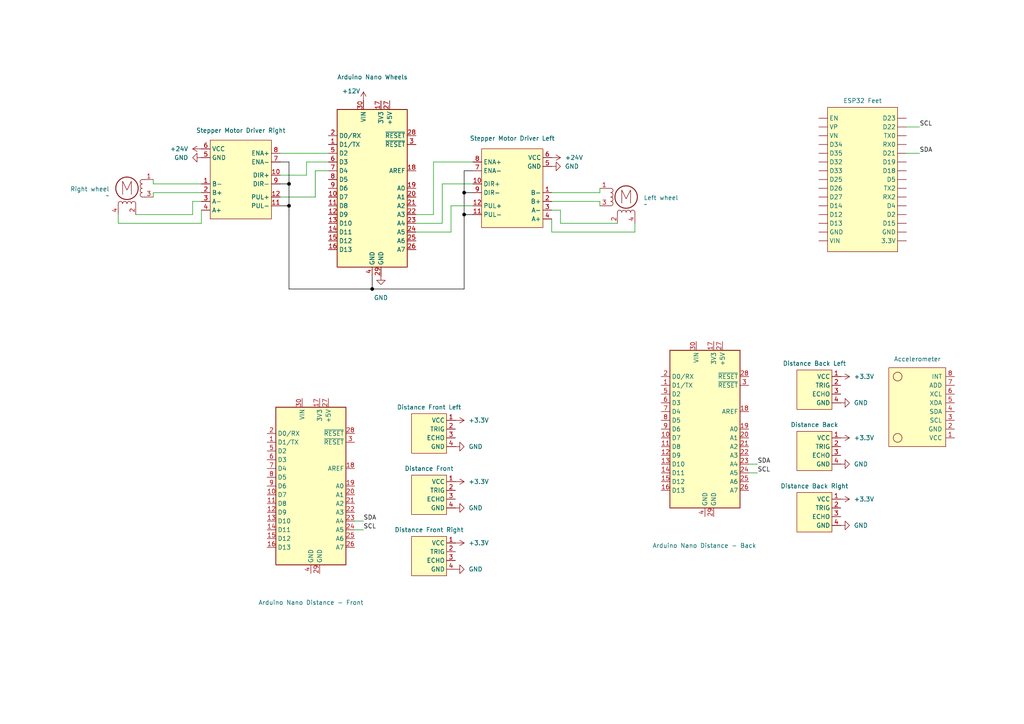
<source format=kicad_sch>
(kicad_sch (version 20231120) (generator "eeschema") (generator_version "8.0")
  (paper "A4")
  (title_block (title "Feet"))
  (lib_symbols
    (symbol "ESP32_1"
      (property "Reference" "ESP32 DEV KIT v1" (at -0.254 28.448 0))
      (symbol "ESP32_1_1_1"
        (rectangle (start -10.16 20.955) (end 10.16 -20.955) (fill (type background)))
        (pin input line (at 12.7 -17.78 180) (length 2.54) (name "3.3V") (number ""))
        (pin input line (at -12.7 -10.16 0) (length 2.54) (name "D12") (number ""))
        (pin input line (at -12.7 -12.7 0) (length 2.54) (name "D13") (number ""))
        (pin input line (at -12.7 -7.62 0) (length 2.54) (name "D14") (number ""))
        (pin input line (at 12.7 -12.7 180) (length 2.54) (name "D15") (number ""))
        (pin input line (at 12.7 2.54 180) (length 2.54) (name "D18") (number ""))
        (pin input line (at 12.7 5.08 180) (length 2.54) (name "D19") (number ""))
        (pin input line (at 12.7 -10.16 180) (length 2.54) (name "D2") (number ""))
        (pin input line (at 12.7 7.62 180) (length 2.54) (name "D21") (number ""))
        (pin input line (at 12.7 15.24 180) (length 2.54) (name "D22") (number ""))
        (pin input line (at 12.7 17.78 180) (length 2.54) (name "D23") (number ""))
        (pin input line (at -12.7 0 0) (length 2.54) (name "D25") (number ""))
        (pin input line (at -12.7 -2.54 0) (length 2.54) (name "D26") (number ""))
        (pin input line (at -12.7 -5.08 0) (length 2.54) (name "D27") (number ""))
        (pin input line (at -12.7 5.08 0) (length 2.54) (name "D32") (number ""))
        (pin input line (at -12.7 2.54 0) (length 2.54) (name "D33") (number ""))
        (pin input line (at -12.7 10.16 0) (length 2.54) (name "D34") (number ""))
        (pin input line (at -12.7 7.62 0) (length 2.54) (name "D35") (number ""))
        (pin input line (at 12.7 -7.62 180) (length 2.54) (name "D4") (number ""))
        (pin input line (at 12.7 0 180) (length 2.54) (name "D5") (number ""))
        (pin input line (at -12.7 17.78 0) (length 2.54) (name "EN") (number ""))
        (pin input line (at -12.7 -15.24 0) (length 2.54) (name "GND") (number ""))
        (pin input line (at 12.7 -15.24 180) (length 2.54) (name "GND") (number ""))
        (pin input line (at 12.7 10.16 180) (length 2.54) (name "RX0") (number ""))
        (pin input line (at 12.7 -5.08 180) (length 2.54) (name "RX2") (number ""))
        (pin input line (at 12.7 12.7 180) (length 2.54) (name "TX0") (number ""))
        (pin input line (at 12.7 -2.54 180) (length 2.54) (name "TX2") (number ""))
        (pin input line (at -12.7 -17.78 0) (length 2.54) (name "VIN") (number ""))
        (pin input line (at -12.7 12.7 0) (length 2.54) (name "VN") (number ""))
        (pin input line (at -12.7 15.24 0) (length 2.54) (name "VP") (number ""))
      )
    )
    (symbol "MARCEL-custom:Nema_23"
      (property "Reference" "U" (at 0 6.35 0))
      (symbol "Nema_23_0_0"
        (polyline (pts (xy -1.27 -1.778) (xy -1.27 2.032) (xy 0 -0.508) (xy 1.27 2.032) (xy 1.27 -1.778)))
      )
      (symbol "Nema_23_0_1"
        (arc (start -4.445 -2.54) (mid -3.813 -1.905) (end -4.445 -1.27))
        (arc (start -4.445 -1.27) (mid -3.813 -0.635) (end -4.445 0))
        (arc (start -4.445 0) (mid -3.813 0.635) (end -4.445 1.27))
        (arc (start -4.445 1.27) (mid -3.813 1.905) (end -4.445 2.54))
        (arc (start -1.27 -4.445) (mid -1.905 -3.8127) (end -2.54 -4.445))
        (arc (start 0 -4.445) (mid -0.635 -3.8127) (end -1.27 -4.445))
        (polyline (pts (xy -5.08 -2.54) (xy -4.445 -2.54)))
        (polyline (pts (xy -5.08 2.54) (xy -4.445 2.54)))
        (polyline (pts (xy -2.54 -5.08) (xy -2.54 -4.445)))
        (polyline (pts (xy 2.54 -5.08) (xy 2.54 -4.445)))
        (circle (center 0 0) (radius 3.2512) (stroke (width 0.254)))
        (arc (start 1.27 -4.445) (mid 0.635 -3.8127) (end 0 -4.445))
        (arc (start 2.54 -4.445) (mid 1.905 -3.8127) (end 1.27 -4.445))
      )
      (symbol "Nema_23_1_1"
        (pin passive line (at -7.62 2.54 0) (length 2.54) (name "") (number "1"))
        (pin passive line (at -2.54 -7.62 90) (length 2.54) (name "") (number "2"))
        (pin passive line (at -7.62 -2.54 0) (length 2.54) (name "") (number "3"))
        (pin passive line (at 2.54 -7.62 90) (length 2.54) (name "") (number "4"))
      )
    )
    (symbol "MARCEL-custom:Nema_23_Driver"
      (property "Reference" "Stepper motor driver" (at 0 14.478 0))
      (symbol "Nema_23_Driver_1_1"
        (rectangle (start -8.89 11.43) (end 8.89 -11.43) (fill (type background)))
        (pin input line (at 11.43 -1.27 180) (length 2.54) (name "B-") (number "1"))
        (pin input line (at -11.43 1.27 0) (length 2.54) (name "DIR+") (number "10"))
        (pin input line (at -11.43 -7.62 0) (length 2.54) (name "PUL-") (number "11"))
        (pin input line (at -11.43 -5.08 0) (length 2.54) (name "PUL+") (number "12"))
        (pin input line (at 11.43 -3.81 180) (length 2.54) (name "B+") (number "2"))
        (pin input line (at 11.43 -6.35 180) (length 2.54) (name "A-") (number "3"))
        (pin input line (at 11.43 -8.89 180) (length 2.54) (name "A+") (number "4"))
        (pin input line (at 11.43 6.35 180) (length 2.54) (name "GND") (number "5"))
        (pin input line (at 11.43 8.89 180) (length 2.54) (name "VCC") (number "6"))
        (pin input line (at -11.43 5.08 0) (length 2.54) (name "ENA-") (number "7"))
        (pin input line (at -11.43 7.62 0) (length 2.54) (name "ENA+") (number "8"))
        (pin input line (at -11.43 -1.27 0) (length 2.54) (name "DIR-") (number "9"))
      )
    )
    (symbol "MARCEL-custom:Ultrasonic_Sensor"
      (property "Reference" "Ultrasonic sensor" (at 0 9.906 0))
      (symbol "Ultrasonic_Sensor_1_1"
        (rectangle (start -5.08 6.985) (end 5.08 -4.445) (fill (type background)))
        (pin input line (at 7.62 5.08 180) (length 2.54) (name "VCC") (number "1"))
        (pin input line (at 7.62 2.54 180) (length 2.54) (name "TRIG") (number "2"))
        (pin input line (at 7.62 0 180) (length 2.54) (name "ECHO") (number "3"))
        (pin input line (at 7.62 -2.54 180) (length 2.54) (name "GND") (number "4"))
      )
    )
    (symbol "MCU_Module:Arduino_Nano_v3.x"
      (property "Reference" "A" (at -10.16 23.495 0))
      (property "Value" "Arduino_Nano_v3.x" (at 5.08 -24.13 0))
      (symbol "Arduino_Nano_v3.x_0_1"
        (rectangle (start -10.16 22.86) (end 10.16 -22.86) (stroke (width 0.254)) (fill (type background)))
      )
      (symbol "Arduino_Nano_v3.x_1_1"
        (pin bidirectional line (at -12.7 12.7 0) (length 2.54) (name "D1/TX") (number "1"))
        (pin bidirectional line (at -12.7 -2.54 0) (length 2.54) (name "D7") (number "10"))
        (pin bidirectional line (at -12.7 -5.08 0) (length 2.54) (name "D8") (number "11"))
        (pin bidirectional line (at -12.7 -7.62 0) (length 2.54) (name "D9") (number "12"))
        (pin bidirectional line (at -12.7 -10.16 0) (length 2.54) (name "D10") (number "13"))
        (pin bidirectional line (at -12.7 -12.7 0) (length 2.54) (name "D11") (number "14"))
        (pin bidirectional line (at -12.7 -15.24 0) (length 2.54) (name "D12") (number "15"))
        (pin bidirectional line (at -12.7 -17.78 0) (length 2.54) (name "D13") (number "16"))
        (pin power_out line (at 2.54 25.4 270) (length 2.54) (name "3V3") (number "17"))
        (pin input line (at 12.7 5.08 180) (length 2.54) (name "AREF") (number "18"))
        (pin bidirectional line (at 12.7 0 180) (length 2.54) (name "A0") (number "19"))
        (pin bidirectional line (at -12.7 15.24 0) (length 2.54) (name "D0/RX") (number "2"))
        (pin bidirectional line (at 12.7 -2.54 180) (length 2.54) (name "A1") (number "20"))
        (pin bidirectional line (at 12.7 -5.08 180) (length 2.54) (name "A2") (number "21"))
        (pin bidirectional line (at 12.7 -7.62 180) (length 2.54) (name "A3") (number "22"))
        (pin bidirectional line (at 12.7 -10.16 180) (length 2.54) (name "A4") (number "23"))
        (pin bidirectional line (at 12.7 -12.7 180) (length 2.54) (name "A5") (number "24"))
        (pin bidirectional line (at 12.7 -15.24 180) (length 2.54) (name "A6") (number "25"))
        (pin bidirectional line (at 12.7 -17.78 180) (length 2.54) (name "A7") (number "26"))
        (pin power_out line (at 5.08 25.4 270) (length 2.54) (name "+5V") (number "27"))
        (pin input line (at 12.7 15.24 180) (length 2.54) (name "~{RESET}") (number "28"))
        (pin power_in line (at 2.54 -25.4 90) (length 2.54) (name "GND") (number "29"))
        (pin input line (at 12.7 12.7 180) (length 2.54) (name "~{RESET}") (number "3"))
        (pin power_in line (at -2.54 25.4 270) (length 2.54) (name "VIN") (number "30"))
        (pin power_in line (at 0 -25.4 90) (length 2.54) (name "GND") (number "4"))
        (pin bidirectional line (at -12.7 10.16 0) (length 2.54) (name "D2") (number "5"))
        (pin bidirectional line (at -12.7 7.62 0) (length 2.54) (name "D3") (number "6"))
        (pin bidirectional line (at -12.7 5.08 0) (length 2.54) (name "D4") (number "7"))
        (pin bidirectional line (at -12.7 2.54 0) (length 2.54) (name "D5") (number "8"))
        (pin bidirectional line (at -12.7 0 0) (length 2.54) (name "D6") (number "9"))
      )
    )
    (symbol "power:+12V" (power) (pin_numbers hide) (pin_names (offset 0) hide)
      (property "Value" "+12V" (at 0 3.556 0))
      (symbol "+12V_0_1"
        (polyline (pts (xy -0.762 1.27) (xy 0 2.54)))
        (polyline (pts (xy 0 0) (xy 0 2.54)))
        (polyline (pts (xy 0 2.54) (xy 0.762 1.27)))
      )
      (symbol "+12V_1_1"
        (pin power_in line (at 0 0 90) (length 0) (name "~") (number "1"))
      )
    )
    (symbol "power:+24V" (power) (pin_numbers hide) (pin_names (offset 0) hide)
      (property "Value" "+24V" (at 0 3.556 0))
      (symbol "+24V_0_1"
        (polyline (pts (xy -0.762 1.27) (xy 0 2.54)))
        (polyline (pts (xy 0 0) (xy 0 2.54)))
        (polyline (pts (xy 0 2.54) (xy 0.762 1.27)))
      )
      (symbol "+24V_1_1"
        (pin power_in line (at 0 0 90) (length 0) (name "~") (number "1"))
      )
    )
    (symbol "power:+3.3V" (power) (pin_numbers hide) (pin_names (offset 0) hide)
      (property "Value" "+3.3V" (at 0 3.556 0))
      (symbol "+3.3V_0_1"
        (polyline (pts (xy -0.762 1.27) (xy 0 2.54)))
        (polyline (pts (xy 0 0) (xy 0 2.54)))
        (polyline (pts (xy 0 2.54) (xy 0.762 1.27)))
      )
      (symbol "+3.3V_1_1"
        (pin power_in line (at 0 0 90) (length 0) (name "~") (number "1"))
      )
    )
    (symbol "power:GND" (power) (pin_numbers hide) (pin_names (offset 0) hide)
      (property "Value" "GND" (at 0 -3.81 0))
      (symbol "GND_0_1"
        (polyline (pts (xy 0 0) (xy 0 -1.27) (xy 1.27 -1.27) (xy 0 -2.54) (xy -1.27 -1.27) (xy 0 -1.27)))
      )
      (symbol "GND_1_1"
        (pin power_in line (at 0 0 270) (length 0) (name "~") (number "1"))
      )
    )
    (symbol "usini_sensors:module_mpu6050" (pin_names (offset 1.016))
      (property "Reference" "U" (at 2.54 21.59 0))
      (property "Value" "module_mpu6050" (at 11.43 -3.81 0))
      (symbol "module_mpu6050_0_1"
        (rectangle (start 2.54 20.32) (end 19.05 -2.54) (fill (type background)))
        (circle (center 16.51 0) (radius 1.27))
        (circle (center 16.51 17.78) (radius 1.27))
      )
      (symbol "module_mpu6050_1_1"
        (pin input line (at 0 17.78 0) (length 2.54) (name "VCC") (number "1"))
        (pin input line (at 0 15.24 0) (length 2.54) (name "GND") (number "2"))
        (pin input line (at 0 12.7 0) (length 2.54) (name "SCL") (number "3"))
        (pin input line (at 0 10.16 0) (length 2.54) (name "SDA") (number "4"))
        (pin input line (at 0 7.62 0) (length 2.54) (name "XDA") (number "5"))
        (pin input line (at 0 5.08 0) (length 2.54) (name "XCL") (number "6"))
        (pin input line (at 0 2.54 0) (length 2.54) (name "ADD") (number "7"))
        (pin input line (at 0 0 0) (length 2.54) (name "INT") (number "8"))
      )
    )
  )
  (junction (at 134.62 55.88) (color 0 0 0 1))
  (junction (at 107.95 83.82) (color 0 0 0 1))
  (junction (at 134.62 62.23) (color 0 0 0 1))
  (junction (at 83.82 53.34) (color 0 0 0 1))
  (junction (at 83.82 59.69) (color 0 0 0 1))
  (wire (pts (xy 125.73 46.99) (xy 125.73 62.23)))
  (wire (pts (xy 102.87 151.13) (xy 105.41 151.13)))
  (wire (pts (xy 160.02 67.31) (xy 160.02 63.5)))
  (wire (pts (xy 83.82 83.82) (xy 107.95 83.82)) (stroke (width 0) (color 0 0 0 1)))
  (wire (pts (xy 137.16 62.23) (xy 134.62 62.23)) (stroke (width 0) (color 0 0 0 1)))
  (wire (pts (xy 58.42 64.77) (xy 58.42 60.96)))
  (wire (pts (xy 55.88 62.23) (xy 55.88 58.42)))
  (wire (pts (xy 134.62 49.53) (xy 137.16 49.53)) (stroke (width 0) (color 0 0 0 1)))
  (wire (pts (xy 173.99 55.88) (xy 160.02 55.88)))
  (wire (pts (xy 81.28 57.15) (xy 91.44 57.15)) (stroke (width 0) (color 0 132 0 1)))
  (wire (pts (xy 134.62 62.23) (xy 134.62 55.88)) (stroke (width 0) (color 0 0 0 1)))
  (wire (pts (xy 83.82 53.34) (xy 81.28 53.34)) (stroke (width 0) (color 0 0 0 1)))
  (wire (pts (xy 134.62 62.23) (xy 134.62 83.82)) (stroke (width 0) (color 0 0 0 1)))
  (wire (pts (xy 137.16 59.69) (xy 130.81 59.69)))
  (wire (pts (xy 125.73 62.23) (xy 120.65 62.23)))
  (wire (pts (xy 184.15 67.31) (xy 160.02 67.31)))
  (wire (pts (xy 44.45 53.34) (xy 58.42 53.34)))
  (wire (pts (xy 137.16 53.34) (xy 128.27 53.34)))
  (wire (pts (xy 81.28 44.45) (xy 95.25 44.45)))
  (wire (pts (xy 184.15 64.77) (xy 184.15 67.31)))
  (wire (pts (xy 83.82 46.99) (xy 83.82 53.34)) (stroke (width 0) (color 0 0 0 1)))
  (wire (pts (xy 173.99 59.69) (xy 173.99 58.42)))
  (wire (pts (xy 134.62 55.88) (xy 137.16 55.88)) (stroke (width 0) (color 0 0 0 1)))
  (wire (pts (xy 262.89 44.45) (xy 266.7 44.45)))
  (wire (pts (xy 173.99 58.42) (xy 160.02 58.42)))
  (wire (pts (xy 162.56 64.77) (xy 162.56 60.96)))
  (wire (pts (xy 91.44 49.53) (xy 95.25 49.53)))
  (wire (pts (xy 262.89 36.83) (xy 266.7 36.83)))
  (wire (pts (xy 34.29 62.23) (xy 34.29 64.77)))
  (wire (pts (xy 44.45 52.07) (xy 44.45 53.34)))
  (wire (pts (xy 130.81 67.31) (xy 120.65 67.31)))
  (wire (pts (xy 88.9 50.8) (xy 88.9 46.99)))
  (wire (pts (xy 128.27 53.34) (xy 128.27 64.77)))
  (wire (pts (xy 160.02 60.96) (xy 162.56 60.96)))
  (wire (pts (xy 88.9 46.99) (xy 95.25 46.99)))
  (wire (pts (xy 134.62 83.82) (xy 107.95 83.82)) (stroke (width 0) (color 0 0 0 1)))
  (wire (pts (xy 134.62 55.88) (xy 134.62 49.53)) (stroke (width 0) (color 0 0 0 1)))
  (wire (pts (xy 217.17 137.16) (xy 219.71 137.16)))
  (wire (pts (xy 34.29 64.77) (xy 58.42 64.77)))
  (wire (pts (xy 44.45 57.15) (xy 44.45 55.88)))
  (wire (pts (xy 217.17 134.62) (xy 219.71 134.62)))
  (wire (pts (xy 102.87 153.67) (xy 105.41 153.67)))
  (wire (pts (xy 83.82 59.69) (xy 81.28 59.69)) (stroke (width 0) (color 0 0 0 1)))
  (wire (pts (xy 39.37 62.23) (xy 55.88 62.23)))
  (wire (pts (xy 58.42 58.42) (xy 55.88 58.42)))
  (wire (pts (xy 107.95 83.82) (xy 107.95 80.01)) (stroke (width 0) (color 0 0 0 1)))
  (wire (pts (xy 130.81 59.69) (xy 130.81 67.31)))
  (wire (pts (xy 91.44 57.15) (xy 91.44 49.53)) (stroke (width 0) (color 0 132 0 1)))
  (wire (pts (xy 179.07 64.77) (xy 162.56 64.77)))
  (wire (pts (xy 173.99 54.61) (xy 173.99 55.88)))
  (wire (pts (xy 83.82 59.69) (xy 83.82 83.82)) (stroke (width 0) (color 0 0 0 1)))
  (wire (pts (xy 81.28 46.99) (xy 83.82 46.99)) (stroke (width 0) (color 0 0 0 1)))
  (wire (pts (xy 83.82 53.34) (xy 83.82 59.69)) (stroke (width 0) (color 0 0 0 1)))
  (wire (pts (xy 81.28 50.8) (xy 88.9 50.8)))
  (wire (pts (xy 137.16 46.99) (xy 125.73 46.99)))
  (wire (pts (xy 128.27 64.77) (xy 120.65 64.77)))
  (wire (pts (xy 44.45 55.88) (xy 58.42 55.88)))
  (label "SCL" (at 219.71 137.16 0))
  (label "SDA" (at 219.71 134.62 0))
  (label "SDA" (at 266.7 44.45 0))
  (label "SCL" (at 266.7 36.83 0))
  (label "SCL" (at 105.41 153.67 0))
  (label "SDA" (at 105.41 151.13 0))
  (symbol (lib_id "power:GND") (at 243.84 152.4 90) (unit 1)
    (property "Reference" "#PWR036" (effects (hide yes)))
    (property "Value" "GND" (at 247.65 152.3999 90) (effects (justify right)))
    (property "Description" "Power symbol creates a global label with name \"GND\" , ground" (effects (hide yes)))
  )
  (symbol (lib_id "power:GND") (at 243.84 134.62 90) (unit 1)
    (property "Reference" "#PWR034" (effects (hide yes)))
    (property "Value" "GND" (at 247.65 134.6199 90) (effects (justify right)))
    (property "Description" "Power symbol creates a global label with name \"GND\" , ground" (effects (hide yes)))
  )
  (symbol (lib_id "MARCEL-custom:Ultrasonic_Sensor") (at 124.46 144.78 0) (unit 1)
    (property "Reference" "Ultrasonic sensor2" (effects (hide yes)))
    (property "Value" "Distance Front" (at 124.46 135.89 0))
  )
  (symbol (lib_id "MARCEL-custom:Nema_23_Driver") (at 148.59 54.61 0) (unit 1)
    (property "Reference" "Stepper motor driver2" (effects (hide yes)))
    (property "Value" "Stepper Motor Driver Left" (at 148.59 40.132 0))
  )
  (symbol (lib_id "MCU_Module:Arduino_Nano_v3.x") (at 90.17 140.97 0) (unit 1)
    (property "Reference" "A5" (effects (hide yes)))
    (property "Value" "Arduino Nano Distance - Front" (at 74.93 174.752 0) (effects (justify left)))
    (property "Footprint" "Module:Arduino_Nano" (effects (hide yes)))
    (property "Datasheet" "http://www.mouser.com/pdfdocs/Gravitech_Arduino_Nano3_0.pdf" (effects (hide yes)))
    (property "Description" "Arduino Nano v3.x" (effects (hide yes)))
  )
  (symbol (lib_id "MARCEL-custom:Nema_23") (at 181.61 57.15 0) (unit 1)
    (property "Reference" "Left wheel" (at 186.69 57.3658 0) (effects (justify left)))
    (property "Value" "~" (at 186.69 59.2709 0) (effects (justify left)))
  )
  (symbol (lib_id "MCU_Module:Arduino_Nano_v3.x") (at 107.95 54.61 0) (unit 1)
    (property "Reference" "A1" (effects (hide yes)))
    (property "Value" "Arduino Nano Wheels" (at 97.79 22.352 0) (effects (justify left)))
    (property "Footprint" "Module:Arduino_Nano" (effects (hide yes)))
    (property "Datasheet" "http://www.mouser.com/pdfdocs/Gravitech_Arduino_Nano3_0.pdf" (effects (hide yes)))
    (property "Description" "Arduino Nano v3.x" (effects (hide yes)))
  )
  (symbol (lib_id "power:+12V") (at 105.41 29.21 0) (unit 1)
    (property "Reference" "#PWR021" (effects (hide yes)))
    (property "Value" "+12V" (at 101.854 26.416 0))
    (property "Description" "Power symbol creates a global label with name \"+12V\"" (effects (hide yes)))
  )
  (symbol (lib_id "power:GND") (at 132.08 129.54 90) (unit 1)
    (property "Reference" "#PWR025" (effects (hide yes)))
    (property "Value" "GND" (at 135.89 129.5399 90) (effects (justify right)))
    (property "Description" "Power symbol creates a global label with name \"GND\" , ground" (effects (hide yes)))
  )
  (symbol (lib_id "power:+24V") (at 160.02 45.72 270) (unit 1)
    (property "Reference" "#PWR013" (effects (hide yes)))
    (property "Value" "+24V" (at 163.83 45.7199 90) (effects (justify left)))
    (property "Description" "Power symbol creates a global label with name \"+24V\"" (effects (hide yes)))
  )
  (symbol (lib_id "MARCEL-custom:Ultrasonic_Sensor") (at 236.22 149.86 0) (unit 1)
    (property "Reference" "Ultrasonic sensor6" (effects (hide yes)))
    (property "Value" "Distance Back Right" (at 236.22 140.97 0))
  )
  (symbol (lib_name "ESP32_1") (lib_id "MARCEL-custom:ESP32") (at 250.19 52.07 0) (unit 1)
    (property "Reference" "ESP32 DEV KIT v3" (effects (hide yes)))
    (property "Value" "ESP32 Feet" (at 250.19 29.21 0))
  )
  (symbol (lib_id "power:GND") (at 160.02 48.26 90) (unit 1)
    (property "Reference" "#PWR014" (effects (hide yes)))
    (property "Value" "GND" (at 163.83 48.2599 90) (effects (justify right)))
    (property "Description" "Power symbol creates a global label with name \"GND\" , ground" (effects (hide yes)))
  )
  (symbol (lib_id "power:+3.3V") (at 243.84 109.22 270) (unit 1)
    (property "Reference" "#PWR028" (effects (hide yes)))
    (property "Value" "+3.3V" (at 247.65 109.2199 90) (effects (justify left)))
    (property "Description" "Power symbol creates a global label with name \"+3.3V\"" (effects (hide yes)))
  )
  (symbol (lib_id "power:GND") (at 110.49 80.01 0) (unit 1)
    (property "Reference" "#PWR022" (effects (hide yes)))
    (property "Value" "GND" (at 110.49 86.36 0))
    (property "Description" "Power symbol creates a global label with name \"GND\" , ground" (effects (hide yes)))
  )
  (symbol (lib_id "MARCEL-custom:Ultrasonic_Sensor") (at 236.22 114.3 0) (unit 1)
    (property "Reference" "Ultrasonic sensor4" (effects (hide yes)))
    (property "Value" "Distance Back Left" (at 236.22 105.41 0))
  )
  (symbol (lib_id "power:GND") (at 132.08 147.32 90) (unit 1)
    (property "Reference" "#PWR026" (effects (hide yes)))
    (property "Value" "GND" (at 135.89 147.3199 90) (effects (justify right)))
    (property "Description" "Power symbol creates a global label with name \"GND\" , ground" (effects (hide yes)))
  )
  (symbol (lib_id "MARCEL-custom:Nema_23") (at 36.83 54.61 0) (mirror y) (unit 1)
    (property "Reference" "Right wheel" (at 31.75 54.8258 0) (effects (justify left)))
    (property "Value" "~" (at 31.75 56.7309 0) (effects (justify left)))
  )
  (symbol (lib_id "power:+3.3V") (at 132.08 139.7 270) (unit 1)
    (property "Reference" "#PWR032" (effects (hide yes)))
    (property "Value" "+3.3V" (at 135.89 139.6999 90) (effects (justify left)))
    (property "Description" "Power symbol creates a global label with name \"+3.3V\"" (effects (hide yes)))
  )
  (symbol (lib_id "power:GND") (at 58.42 45.72 270) (mirror x) (unit 1)
    (property "Reference" "#PWR012" (effects (hide yes)))
    (property "Value" "GND" (at 54.61 45.7199 90) (effects (justify right)))
    (property "Description" "Power symbol creates a global label with name \"GND\" , ground" (effects (hide yes)))
  )
  (symbol (lib_id "power:GND") (at 243.84 116.84 90) (unit 1)
    (property "Reference" "#PWR029" (effects (hide yes)))
    (property "Value" "GND" (at 247.65 116.8399 90) (effects (justify right)))
    (property "Description" "Power symbol creates a global label with name \"GND\" , ground" (effects (hide yes)))
  )
  (symbol (lib_id "MARCEL-custom:Ultrasonic_Sensor") (at 236.22 132.08 0) (unit 1)
    (property "Reference" "Ultrasonic sensor5" (effects (hide yes)))
    (property "Value" "Distance Back" (at 236.22 123.19 0))
  )
  (symbol (lib_id "MARCEL-custom:Nema_23_Driver") (at 69.85 52.07 0) (mirror y) (unit 1)
    (property "Reference" "Stepper motor driver1" (effects (hide yes)))
    (property "Value" "Stepper Motor Driver Right" (at 69.85 37.846 0))
  )
  (symbol (lib_id "power:+3.3V") (at 132.08 157.48 270) (unit 1)
    (property "Reference" "#PWR033" (effects (hide yes)))
    (property "Value" "+3.3V" (at 135.89 157.4799 90) (effects (justify left)))
    (property "Description" "Power symbol creates a global label with name \"+3.3V\"" (effects (hide yes)))
  )
  (symbol (lib_id "power:+3.3V") (at 243.84 127 270) (unit 1)
    (property "Reference" "#PWR030" (effects (hide yes)))
    (property "Value" "+3.3V" (at 247.65 126.9999 90) (effects (justify left)))
    (property "Description" "Power symbol creates a global label with name \"+3.3V\"" (effects (hide yes)))
  )
  (symbol (lib_id "power:+3.3V") (at 132.08 121.92 270) (unit 1)
    (property "Reference" "#PWR031" (effects (hide yes)))
    (property "Value" "+3.3V" (at 135.89 121.9199 90) (effects (justify left)))
    (property "Description" "Power symbol creates a global label with name \"+3.3V\"" (effects (hide yes)))
  )
  (symbol (lib_id "usini_sensors:module_mpu6050") (at 276.86 109.22 180) (unit 1)
    (property "Reference" "U4" (effects (hide yes)))
    (property "Value" "Accelerometer" (at 266.065 104.14 0))
    (property "Footprint" "usini_sensors:module_mpu6050" (effects (hide yes)))
  )
  (symbol (lib_id "power:GND") (at 132.08 165.1 90) (unit 1)
    (property "Reference" "#PWR027" (effects (hide yes)))
    (property "Value" "GND" (at 135.89 165.0999 90) (effects (justify right)))
    (property "Description" "Power symbol creates a global label with name \"GND\" , ground" (effects (hide yes)))
  )
  (symbol (lib_id "power:+3.3V") (at 243.84 144.78 270) (unit 1)
    (property "Reference" "#PWR035" (effects (hide yes)))
    (property "Value" "+3.3V" (at 247.65 144.7799 90) (effects (justify left)))
    (property "Description" "Power symbol creates a global label with name \"+3.3V\"" (effects (hide yes)))
  )
  (symbol (lib_id "MARCEL-custom:Ultrasonic_Sensor") (at 124.46 127 0) (unit 1)
    (property "Reference" "Ultrasonic sensor1" (effects (hide yes)))
    (property "Value" "Distance Front Left" (at 124.46 118.11 0))
  )
  (symbol (lib_id "power:+24V") (at 58.42 43.18 90) (mirror x) (unit 1)
    (property "Reference" "#PWR011" (effects (hide yes)))
    (property "Value" "+24V" (at 54.61 43.1799 90) (effects (justify left)))
    (property "Description" "Power symbol creates a global label with name \"+24V\"" (effects (hide yes)))
  )
  (symbol (lib_id "MARCEL-custom:Ultrasonic_Sensor") (at 124.46 162.56 0) (unit 1)
    (property "Reference" "Ultrasonic sensor3" (effects (hide yes)))
    (property "Value" "Distance Front Right" (at 124.46 153.67 0))
  )
  (symbol (lib_id "MCU_Module:Arduino_Nano_v3.x") (at 204.47 124.46 0) (unit 1)
    (property "Reference" "A4" (effects (hide yes)))
    (property "Value" "Arduino Nano Distance - Back" (at 189.23 158.242 0) (effects (justify left)))
    (property "Footprint" "Module:Arduino_Nano" (effects (hide yes)))
    (property "Datasheet" "http://www.mouser.com/pdfdocs/Gravitech_Arduino_Nano3_0.pdf" (effects (hide yes)))
    (property "Description" "Arduino Nano v3.x" (effects (hide yes)))
  )
)
</source>
